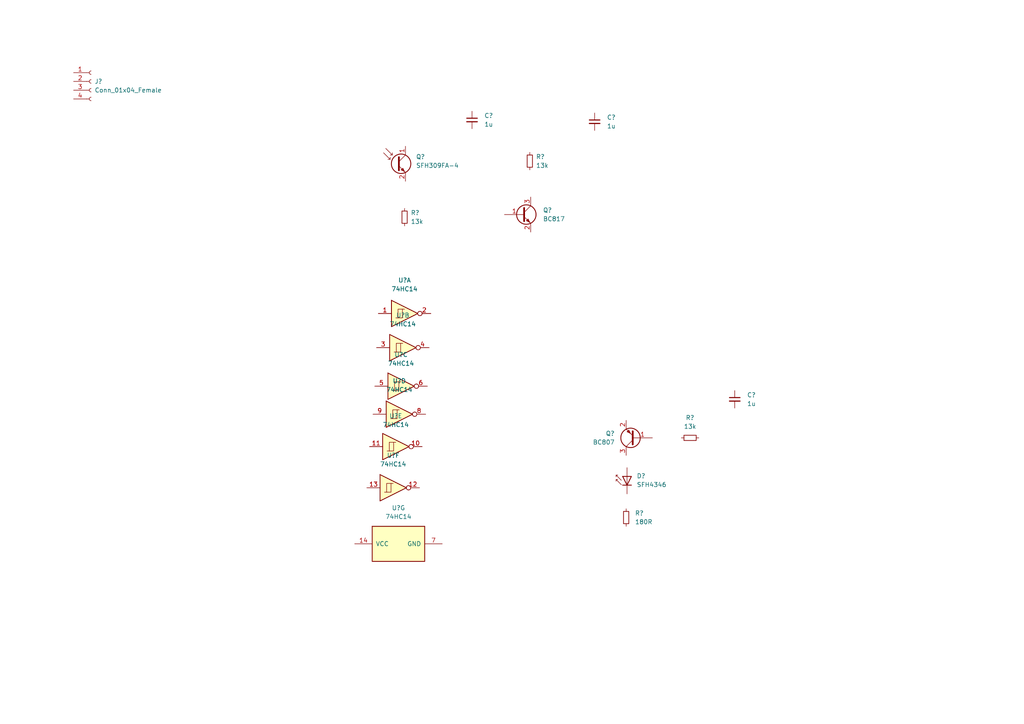
<source format=kicad_sch>
(kicad_sch (version 20211123) (generator eeschema)
  (paper "A4")
  (lib_symbols
    (symbol "74xx:74HC14" (pin_names (offset 1.016))
      (property "Reference" "U" (at 0 1.27 0))
      (property "Value" "74HC14" (at 0 -1.27 0))
      (symbol "74HC14_1_0"
        (polyline (pts (xy -3.81 3.81) (xy -3.81 -3.81) (xy 3.81 0) (xy -3.81 3.81)) (stroke (width 0.254)) (fill (type background)))
        (pin input line (at -7.62 0 0) (length 3.81) (name "~") (number "1"))
        (pin output inverted (at 7.62 0 180) (length 3.81) (name "~") (number "2"))
      )
      (symbol "74HC14_1_1"
        (polyline (pts (xy -1.905 -1.27) (xy -1.905 1.27) (xy -0.635 1.27)))
        (polyline (pts (xy -2.54 -1.27) (xy -0.635 -1.27) (xy -0.635 1.27) (xy 0 1.27)))
      )
      (symbol "74HC14_2_0"
        (polyline (pts (xy -3.81 3.81) (xy -3.81 -3.81) (xy 3.81 0) (xy -3.81 3.81)) (stroke (width 0.254)) (fill (type background)))
        (pin input line (at -7.62 0 0) (length 3.81) (name "~") (number "3"))
        (pin output inverted (at 7.62 0 180) (length 3.81) (name "~") (number "4"))
      )
      (symbol "74HC14_2_1"
        (polyline (pts (xy -1.905 -1.27) (xy -1.905 1.27) (xy -0.635 1.27)))
        (polyline (pts (xy -2.54 -1.27) (xy -0.635 -1.27) (xy -0.635 1.27) (xy 0 1.27)))
      )
      (symbol "74HC14_3_0"
        (polyline (pts (xy -3.81 3.81) (xy -3.81 -3.81) (xy 3.81 0) (xy -3.81 3.81)) (stroke (width 0.254)) (fill (type background)))
        (pin input line (at -7.62 0 0) (length 3.81) (name "~") (number "5"))
        (pin output inverted (at 7.62 0 180) (length 3.81) (name "~") (number "6"))
      )
      (symbol "74HC14_3_1"
        (polyline (pts (xy -1.905 -1.27) (xy -1.905 1.27) (xy -0.635 1.27)))
        (polyline (pts (xy -2.54 -1.27) (xy -0.635 -1.27) (xy -0.635 1.27) (xy 0 1.27)))
      )
      (symbol "74HC14_4_0"
        (polyline (pts (xy -3.81 3.81) (xy -3.81 -3.81) (xy 3.81 0) (xy -3.81 3.81)) (stroke (width 0.254)) (fill (type background)))
        (pin output inverted (at 7.62 0 180) (length 3.81) (name "~") (number "8"))
        (pin input line (at -7.62 0 0) (length 3.81) (name "~") (number "9"))
      )
      (symbol "74HC14_4_1"
        (polyline (pts (xy -1.905 -1.27) (xy -1.905 1.27) (xy -0.635 1.27)))
        (polyline (pts (xy -2.54 -1.27) (xy -0.635 -1.27) (xy -0.635 1.27) (xy 0 1.27)))
      )
      (symbol "74HC14_5_0"
        (polyline (pts (xy -3.81 3.81) (xy -3.81 -3.81) (xy 3.81 0) (xy -3.81 3.81)) (stroke (width 0.254)) (fill (type background)))
        (pin output inverted (at 7.62 0 180) (length 3.81) (name "~") (number "10"))
        (pin input line (at -7.62 0 0) (length 3.81) (name "~") (number "11"))
      )
      (symbol "74HC14_5_1"
        (polyline (pts (xy -1.905 -1.27) (xy -1.905 1.27) (xy -0.635 1.27)))
        (polyline (pts (xy -2.54 -1.27) (xy -0.635 -1.27) (xy -0.635 1.27) (xy 0 1.27)))
      )
      (symbol "74HC14_6_0"
        (polyline (pts (xy -3.81 3.81) (xy -3.81 -3.81) (xy 3.81 0) (xy -3.81 3.81)) (stroke (width 0.254)) (fill (type background)))
        (pin output inverted (at 7.62 0 180) (length 3.81) (name "~") (number "12"))
        (pin input line (at -7.62 0 0) (length 3.81) (name "~") (number "13"))
      )
      (symbol "74HC14_6_1"
        (polyline (pts (xy -1.905 -1.27) (xy -1.905 1.27) (xy -0.635 1.27)))
        (polyline (pts (xy -2.54 -1.27) (xy -0.635 -1.27) (xy -0.635 1.27) (xy 0 1.27)))
      )
      (symbol "74HC14_7_0"
        (pin power_in line (at 0 12.7 270) (length 5.08) (name "VCC") (number "14"))
        (pin power_in line (at 0 -12.7 90) (length 5.08) (name "GND") (number "7"))
      )
      (symbol "74HC14_7_1"
        (rectangle (start -5.08 7.62) (end 5.08 -7.62) (stroke (width 0.254)) (fill (type background)))
      )
    )
    (symbol "Connector:Conn_01x04_Female" (pin_names (offset 1.016) hide)
      (property "Reference" "J" (at 0 5.08 0))
      (property "Value" "Conn_01x04_Female" (at 0 -7.62 0))
      (symbol "Conn_01x04_Female_1_1"
        (arc (start 0 -4.572) (mid -0.508 -5.08) (end 0 -5.588) (stroke (width 0.1524)))
        (arc (start 0 -2.032) (mid -0.508 -2.54) (end 0 -3.048) (stroke (width 0.1524)))
        (polyline (pts (xy -1.27 -5.08) (xy -0.508 -5.08)) (stroke (width 0.1524)))
        (polyline (pts (xy -1.27 -2.54) (xy -0.508 -2.54)) (stroke (width 0.1524)))
        (polyline (pts (xy -1.27 0) (xy -0.508 0)) (stroke (width 0.1524)))
        (polyline (pts (xy -1.27 2.54) (xy -0.508 2.54)) (stroke (width 0.1524)))
        (arc (start 0 0.508) (mid -0.508 0) (end 0 -0.508) (stroke (width 0.1524)))
        (arc (start 0 3.048) (mid -0.508 2.54) (end 0 2.032) (stroke (width 0.1524)))
        (pin passive line (at -5.08 2.54 0) (length 3.81) (name "Pin_1") (number "1"))
        (pin passive line (at -5.08 0 0) (length 3.81) (name "Pin_2") (number "2"))
        (pin passive line (at -5.08 -2.54 0) (length 3.81) (name "Pin_3") (number "3"))
        (pin passive line (at -5.08 -5.08 0) (length 3.81) (name "Pin_4") (number "4"))
      )
    )
    (symbol "Device:C_Small" (pin_numbers hide) (pin_names (offset 0.254) hide)
      (property "Reference" "C" (at 0.254 1.778 0))
      (property "Value" "C_Small" (at 0.254 -2.032 0))
      (symbol "C_Small_0_1"
        (polyline (pts (xy -1.524 -0.508) (xy 1.524 -0.508)) (stroke (width 0.3302)))
        (polyline (pts (xy -1.524 0.508) (xy 1.524 0.508)) (stroke (width 0.3048)))
      )
      (symbol "C_Small_1_1"
        (pin passive line (at 0 2.54 270) (length 2.032) (name "~") (number "1"))
        (pin passive line (at 0 -2.54 90) (length 2.032) (name "~") (number "2"))
      )
    )
    (symbol "Device:R_Small" (pin_numbers hide) (pin_names (offset 0.254) hide)
      (property "Reference" "R" (at 0.762 0.508 0))
      (property "Value" "R_Small" (at 0.762 -1.016 0))
      (symbol "R_Small_0_1"
        (rectangle (start -0.762 1.778) (end 0.762 -1.778) (stroke (width 0.2032)))
      )
      (symbol "R_Small_1_1"
        (pin passive line (at 0 2.54 270) (length 0.762) (name "~") (number "1"))
        (pin passive line (at 0 -2.54 90) (length 0.762) (name "~") (number "2"))
      )
    )
    (symbol "LED:SFH4346" (pin_numbers hide) (pin_names (offset 1.016) hide)
      (property "Reference" "D" (at 0.508 1.778 0))
      (property "Value" "SFH4346" (at -1.016 -2.794 0))
      (symbol "SFH4346_0_1"
        (polyline (pts (xy -2.54 1.27) (xy -2.54 -1.27)) (stroke (width 0.254)))
        (polyline (pts (xy 0 0) (xy -2.54 0)))
        (polyline (pts (xy 0.381 3.175) (xy -0.127 3.175)))
        (polyline (pts (xy -1.143 1.651) (xy 0.381 3.175) (xy 0.381 2.667)))
        (polyline (pts (xy 0 1.27) (xy -2.54 0) (xy 0 -1.27) (xy 0 1.27)) (stroke (width 0.254)))
        (polyline (pts (xy -2.413 1.651) (xy -0.889 3.175) (xy -0.889 2.667) (xy -0.889 3.175) (xy -1.397 3.175)))
      )
      (symbol "SFH4346_1_1"
        (pin passive line (at -5.08 0 0) (length 2.54) (name "K") (number "1"))
        (pin passive line (at 2.54 0 180) (length 2.54) (name "A") (number "2"))
      )
    )
    (symbol "Sensor_Optical:SFH309" (pin_names (offset 0) hide)
      (property "Reference" "Q" (at 5.08 1.27 0))
      (property "Value" "SFH309" (at 5.08 -1.27 0))
      (symbol "SFH309_0_1"
        (polyline (pts (xy -1.905 1.27) (xy -2.54 1.27)))
        (polyline (pts (xy -1.27 2.54) (xy -1.905 2.54)))
        (polyline (pts (xy 0.635 0.635) (xy 2.54 2.54)))
        (polyline (pts (xy -3.81 3.175) (xy -1.905 1.27) (xy -1.905 1.905)))
        (polyline (pts (xy -3.175 4.445) (xy -1.27 2.54) (xy -1.27 3.175)))
        (polyline (pts (xy 0.635 -0.635) (xy 2.54 -2.54) (xy 2.54 -2.54)))
        (polyline (pts (xy 0.635 1.905) (xy 0.635 -1.905) (xy 0.635 -1.905)) (stroke (width 0.508)))
        (polyline (pts (xy 1.27 -1.778) (xy 1.778 -1.27) (xy 2.286 -2.286) (xy 1.27 -1.778) (xy 1.27 -1.778)) (fill (type outline)))
        (circle (center 1.27 0) (radius 2.8194) (stroke (width 0.254)))
      )
      (symbol "SFH309_1_1"
        (pin passive line (at 2.54 5.08 270) (length 2.54) (name "C") (number "1"))
        (pin passive line (at 2.54 -5.08 90) (length 2.54) (name "E") (number "2"))
      )
    )
    (symbol "Transistor_BJT:BC807" (pin_names (offset 0) hide)
      (property "Reference" "Q" (at 5.08 1.905 0))
      (property "Value" "BC807" (at 5.08 0 0))
      (symbol "BC807_0_1"
        (polyline (pts (xy 0.635 0.635) (xy 2.54 2.54)))
        (polyline (pts (xy 0.635 -0.635) (xy 2.54 -2.54) (xy 2.54 -2.54)))
        (polyline (pts (xy 0.635 1.905) (xy 0.635 -1.905) (xy 0.635 -1.905)) (stroke (width 0.508)))
        (polyline (pts (xy 2.286 -1.778) (xy 1.778 -2.286) (xy 1.27 -1.27) (xy 2.286 -1.778) (xy 2.286 -1.778)) (fill (type outline)))
        (circle (center 1.27 0) (radius 2.8194) (stroke (width 0.254)))
      )
      (symbol "BC807_1_1"
        (pin input line (at -5.08 0 0) (length 5.715) (name "B") (number "1"))
        (pin passive line (at 2.54 -5.08 90) (length 2.54) (name "E") (number "2"))
        (pin passive line (at 2.54 5.08 270) (length 2.54) (name "C") (number "3"))
      )
    )
    (symbol "Transistor_BJT:BC817" (pin_names (offset 0) hide)
      (property "Reference" "Q" (at 5.08 1.905 0))
      (property "Value" "BC817" (at 5.08 0 0))
      (symbol "BC817_0_1"
        (polyline (pts (xy 0.635 0.635) (xy 2.54 2.54)))
        (polyline (pts (xy 0.635 -0.635) (xy 2.54 -2.54) (xy 2.54 -2.54)))
        (polyline (pts (xy 0.635 1.905) (xy 0.635 -1.905) (xy 0.635 -1.905)) (stroke (width 0.508)))
        (polyline (pts (xy 1.27 -1.778) (xy 1.778 -1.27) (xy 2.286 -2.286) (xy 1.27 -1.778) (xy 1.27 -1.778)) (fill (type outline)))
        (circle (center 1.27 0) (radius 2.8194) (stroke (width 0.254)))
      )
      (symbol "BC817_1_1"
        (pin input line (at -5.08 0 0) (length 5.715) (name "B") (number "1"))
        (pin passive line (at 2.54 -5.08 90) (length 2.54) (name "E") (number "2"))
        (pin passive line (at 2.54 5.08 270) (length 2.54) (name "C") (number "3"))
      )
    )
  )
  (symbol (lib_id "Device:R_Small") (at 153.67 46.736 180) (unit 1)
    (property "Reference" "R?" (at 155.448 45.4659 0) (effects (justify right)))
    (property "Value" "13k" (at 155.448 48.0059 0) (effects (justify right)))
  )
  (symbol (lib_id "Device:R_Small") (at 200.152 127 90) (unit 1)
    (property "Reference" "R?" (at 200.152 121.158 90))
    (property "Value" "13k" (at 200.152 123.698 90))
  )
  (symbol (lib_id "74xx:74HC14") (at 116.332 112.014 0) (unit 3)
    (property "Reference" "U?" (at 116.332 102.87 0))
    (property "Value" "74HC14" (at 116.332 105.41 0))
    (property "Datasheet" "http://www.ti.com/lit/gpn/sn74HC14" (effects hide))
  )
  (symbol (lib_id "74xx:74HC14") (at 115.57 157.734 90) (unit 7)
    (property "Reference" "U?" (at 115.57 147.32 90))
    (property "Value" "74HC14" (at 115.57 149.86 90))
    (property "Footprint" "Package_SO:SO-14_3.9x8.65mm_P1.27mm" (effects hide))
    (property "Datasheet" "http://www.ti.com/lit/gpn/sn74HC14" (effects hide))
  )
  (symbol (lib_id "74xx:74HC14") (at 116.84 100.838 0) (unit 2)
    (property "Reference" "U?" (at 116.84 91.44 0))
    (property "Value" "74HC14" (at 116.84 93.98 0))
    (property "Datasheet" "http://www.ti.com/lit/gpn/sn74HC14" (effects hide))
  )
  (symbol (lib_id "Transistor_BJT:BC817") (at 151.384 62.23 0) (unit 1)
    (property "Reference" "Q?" (at 157.48 60.9599 0) (effects (justify left)))
    (property "Value" "BC817" (at 157.48 63.4999 0) (effects (justify left)))
    (property "Footprint" "Package_TO_SOT_SMD:SOT-23" (effects hide))
    (property "Datasheet" "https://www.onsemi.com/pub/Collateral/BC818-D.pdf" (effects hide))
  )
  (symbol (lib_id "Sensor_Optical:SFH309") (at 115.062 47.498 0) (unit 1)
    (property "Reference" "Q?" (at 120.65 45.4786 0) (effects (justify left)))
    (property "Value" "SFH309FA-4" (at 120.65 48.0186 0) (effects (justify left)))
    (property "Footprint" "LED_THT:LED_D3.0mm_Clear" (effects hide))
    (property "Datasheet" "http://www.osram-os.com/Graphics/XPic2/00101811_0.pdf/SFH%20309,%20SFH%20309%20FA,%20Lead%20(Pb)%20Free%20Product%20-%20RoHS%20Compliant.pdf" (effects hide))
  )
  (symbol (lib_id "LED:SFH4346") (at 181.864 138.176 90) (unit 1)
    (property "Reference" "D?" (at 184.658 138.0489 90) (effects (justify right)))
    (property "Value" "SFH4346" (at 184.658 140.5889 90) (effects (justify right)))
    (property "Footprint" "LED_THT:LED_D3.0mm_IRBlack" (effects hide))
    (property "Datasheet" "http://cdn-reichelt.de/documents/datenblatt/A500/SFH4346.pdf" (effects hide))
  )
  (symbol (lib_id "Device:C_Small") (at 172.466 35.306 0) (unit 1)
    (property "Reference" "C?" (at 176.022 34.0422 0) (effects (justify left)))
    (property "Value" "1u" (at 176.022 36.5822 0) (effects (justify left)))
  )
  (symbol (lib_id "74xx:74HC14") (at 115.824 120.142 0) (unit 4)
    (property "Reference" "U?" (at 115.824 110.49 0))
    (property "Value" "74HC14" (at 115.824 113.03 0))
    (property "Datasheet" "http://www.ti.com/lit/gpn/sn74HC14" (effects hide))
  )
  (symbol (lib_id "Transistor_BJT:BC807") (at 184.15 127 180) (unit 1)
    (property "Reference" "Q?" (at 178.308 125.7299 0) (effects (justify left)))
    (property "Value" "BC807" (at 178.308 128.2699 0) (effects (justify left)))
    (property "Footprint" "Package_TO_SOT_SMD:SOT-23" (effects hide))
    (property "Datasheet" "https://www.onsemi.com/pub/Collateral/BC808-D.pdf" (effects hide))
  )
  (symbol (lib_id "Device:R_Small") (at 117.348 62.992 180) (unit 1)
    (property "Reference" "R?" (at 119.126 61.7219 0) (effects (justify right)))
    (property "Value" "13k" (at 119.126 64.2619 0) (effects (justify right)))
  )
  (symbol (lib_id "74xx:74HC14") (at 117.348 90.932 0) (unit 1)
    (property "Reference" "U?" (at 117.348 81.28 0))
    (property "Value" "74HC14" (at 117.348 83.82 0))
    (property "Datasheet" "http://www.ti.com/lit/gpn/sn74HC14" (effects hide))
  )
  (symbol (lib_id "Device:C_Small") (at 213.106 115.824 0) (unit 1)
    (property "Reference" "C?" (at 216.662 114.5602 0) (effects (justify left)))
    (property "Value" "1u" (at 216.662 117.1002 0) (effects (justify left)))
  )
  (symbol (lib_id "74xx:74HC14") (at 114.808 129.54 0) (unit 5)
    (property "Reference" "U?" (at 114.808 120.65 0))
    (property "Value" "74HC14" (at 114.808 123.19 0))
    (property "Datasheet" "http://www.ti.com/lit/gpn/sn74HC14" (effects hide))
  )
  (symbol (lib_id "Device:R_Small") (at 181.61 150.114 0) (unit 1)
    (property "Reference" "R?" (at 184.15 148.8439 0) (effects (justify left)))
    (property "Value" "180R" (at 184.15 151.3839 0) (effects (justify left)))
  )
  (symbol (lib_id "Device:C_Small") (at 136.906 34.798 0) (unit 1)
    (property "Reference" "C?" (at 140.462 33.5342 0) (effects (justify left)))
    (property "Value" "1u" (at 140.462 36.0742 0) (effects (justify left)))
  )
  (symbol (lib_id "74xx:74HC14") (at 114.046 141.478 0) (unit 6)
    (property "Reference" "U?" (at 114.046 132.08 0))
    (property "Value" "74HC14" (at 114.046 134.62 0))
    (property "Datasheet" "http://www.ti.com/lit/gpn/sn74HC14" (effects hide))
  )
  (symbol (lib_id "Connector:Conn_01x04_Female") (at 26.416 23.622 0) (unit 1)
    (property "Reference" "J?" (at 27.432 23.6219 0) (effects (justify left)))
    (property "Value" "Conn_01x04_Female" (at 27.432 26.1619 0) (effects (justify left)))
    (property "Footprint" "ir_reading_head:Pad" (effects hide))
  )
)
</source>
